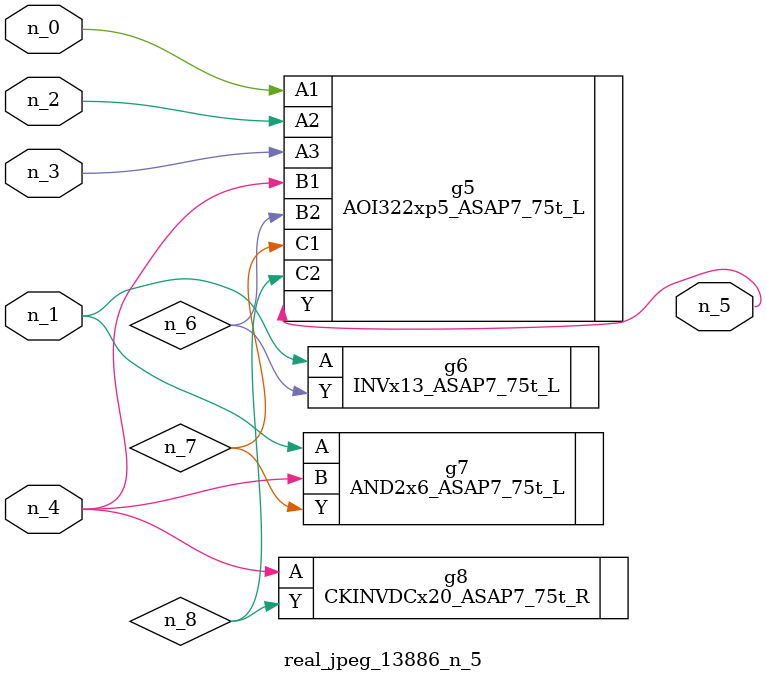
<source format=v>
module real_jpeg_13886_n_5 (n_4, n_0, n_1, n_2, n_3, n_5);

input n_4;
input n_0;
input n_1;
input n_2;
input n_3;

output n_5;

wire n_8;
wire n_6;
wire n_7;

AOI322xp5_ASAP7_75t_L g5 ( 
.A1(n_0),
.A2(n_2),
.A3(n_3),
.B1(n_4),
.B2(n_6),
.C1(n_7),
.C2(n_8),
.Y(n_5)
);

INVx13_ASAP7_75t_L g6 ( 
.A(n_1),
.Y(n_6)
);

AND2x6_ASAP7_75t_L g7 ( 
.A(n_1),
.B(n_4),
.Y(n_7)
);

CKINVDCx20_ASAP7_75t_R g8 ( 
.A(n_4),
.Y(n_8)
);


endmodule
</source>
